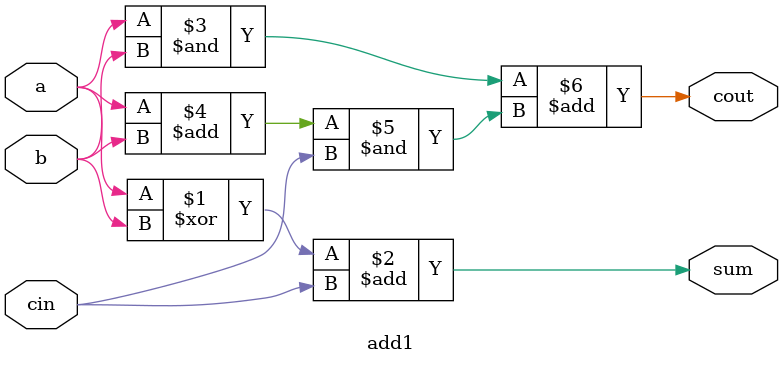
<source format=v>
module top_module (
   input [31:0] a,
   input [31:0] b,
   output [31:0] sum
);
  
   wire cout1;
   wire cout2;
   
   add16 inst1 (a[15:0], b[15:0], 1'b0, sum[15:0], cout1);
   add16 inst2 (a[31:16], b[31:16], cout1, sum[31:16], cout2);

endmodule

module add1 ( input a, input b, input cin,   output sum, output cout );

   assign sum = (a ^ b) + cin;
   assign cout = (a & b) + ((a+b) & cin);

endmodule
</source>
